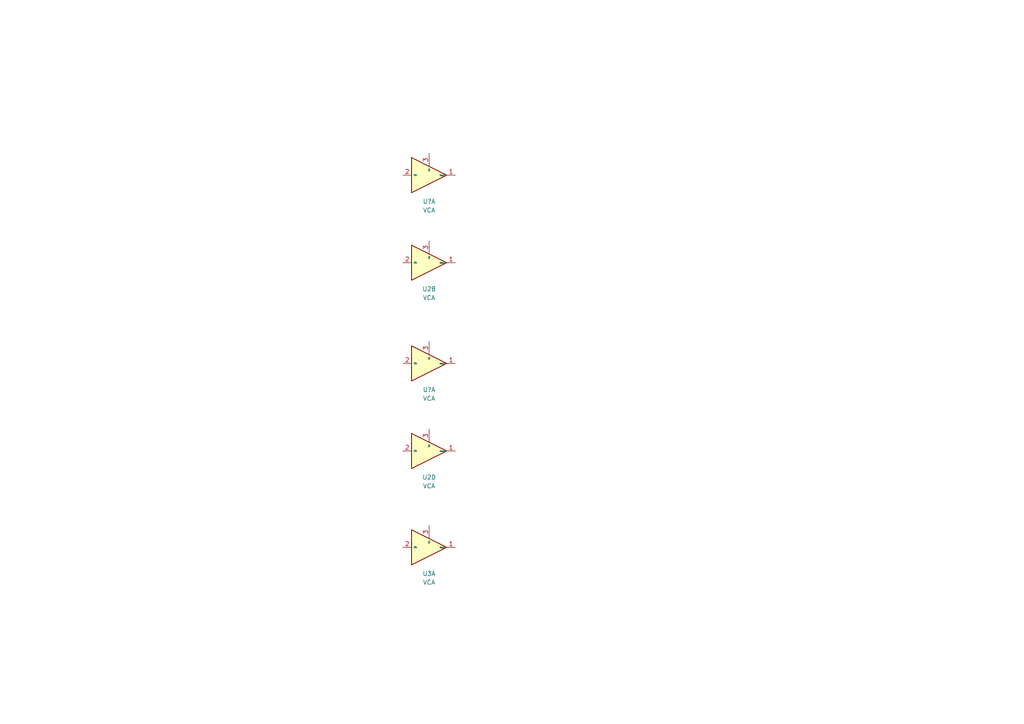
<source format=kicad_sch>
(kicad_sch (version 20230121) (generator eeschema)
  (paper "A4")
  (lib_symbols
    (symbol "WillItBlend:SSI2164-multiunit"
      (property "Reference" "U" (at -1.27 6.35 0))
      (property "Value" "VCA" (at 3.81 2.54 0))
      (symbol "SSI2164-multiunit_1_1"
        (polyline (pts (xy -5.08 5.08) (xy 5.08 0) (xy -5.08 -5.08) (xy -5.08 5.08)) (stroke (width 0.254)) (fill (type background)))
        (pin output line (at 7.62 0 180) (length 2.54) (name "Iout") (number "1"))
        (pin input line (at -7.62 0 0) (length 2.54) (name "Iin") (number "2"))
        (pin input line (at 0 6.35 270) (length 3.8) (name "Vc") (number "3"))
      )
      (symbol "SSI2164-multiunit_2_1"
        (polyline (pts (xy -5.08 5.08) (xy 5.08 0) (xy -5.08 -5.08) (xy -5.08 5.08)) (stroke (width 0.254)) (fill (type background)))
        (pin output line (at 7.62 0 180) (length 2.54) (name "Iout") (number "1"))
        (pin input line (at -7.62 0 0) (length 2.54) (name "Iin") (number "2"))
        (pin input line (at 0 6.35 270) (length 3.8) (name "Vc") (number "3"))
      )
      (symbol "SSI2164-multiunit_3_1"
        (polyline (pts (xy -5.08 5.08) (xy 5.08 0) (xy -5.08 -5.08) (xy -5.08 5.08)) (stroke (width 0.254)) (fill (type background)))
        (pin output line (at 7.62 0 180) (length 2.54) (name "Iout") (number "1"))
        (pin input line (at -7.62 0 0) (length 2.54) (name "Iin") (number "2"))
        (pin input line (at 0 6.35 270) (length 3.8) (name "Vc") (number "3"))
      )
      (symbol "SSI2164-multiunit_4_1"
        (polyline (pts (xy -5.08 5.08) (xy 5.08 0) (xy -5.08 -5.08) (xy -5.08 5.08)) (stroke (width 0.254)) (fill (type background)))
        (pin output line (at 7.62 0 180) (length 2.54) (name "Iout") (number "1"))
        (pin input line (at -7.62 0 0) (length 2.54) (name "Iin") (number "2"))
        (pin input line (at 0 6.35 270) (length 3.8) (name "Vc") (number "3"))
      )
      (symbol "SSI2164-multiunit_5_1"
        (rectangle (start -2.54 5.08) (end 2.54 -5.08) (fill (type background)))
        (pin power_in line (at -3.81 3.81 0) (length 1.27) (name "V+") (number "16"))
        (pin power_in line (at -3.81 0 0) (length 1.27) (name "GND") (number "8"))
        (pin power_in line (at -3.81 -3.81 0) (length 1.27) (name "V-") (number "9"))
      )
    )
  )
  (symbol (lib_id "WillItBlend:SSI2164-multiunit") (at 124.46 105.41 0) (unit 1)
    (property "Reference" "U?" (at 124.46 113.03 0))
    (property "Value" "VCA" (at 124.46 115.57 0))
    (property "Footprint" "Package_SO:SOIC-16_3.9x9.9mm_P1.27mm" (effects hide))
    (instances (project "WillItBlend" (path "" (reference "U?") (unit 1)) (path "" (reference "U2") (unit 3)) (path "" (reference "U3") (unit 3)) (path "" (reference "U4") (unit 3)) (path "" (reference "U6") (unit 3)) (path "" (reference "U7") (unit 3)) (path "" (reference "U12") (unit 3)) (path "" (reference "U9") (unit 3)) (path "" (reference "U8") (unit 3))))
  )
  (symbol (lib_id "WillItBlend:SSI2164-multiunit") (at 124.46 130.81 0) (unit 4)
    (property "Reference" "U2" (at 124.46 138.43 0))
    (property "Value" "VCA" (at 124.46 140.97 0))
    (property "Footprint" "Package_SO:SOIC-16_3.9x9.9mm_P1.27mm" (effects hide))
    (instances (project "WillItBlend" (path "" (reference "U2") (unit 4)) (path "" (reference "U3") (unit 4)) (path "" (reference "U4") (unit 4)) (path "" (reference "U5") (unit 4)) (path "" (reference "U7") (unit 4)) (path "" (reference "U12") (unit 4)) (path "" (reference "U9") (unit 4)) (path "" (reference "U8") (unit 4))))
  )
  (symbol (lib_id "WillItBlend:SSI2164-multiunit") (at 124.46 158.75 0) (unit 1)
    (property "Reference" "U3" (at 124.46 166.37 0))
    (property "Value" "VCA" (at 124.46 168.91 0))
    (property "Footprint" "Package_SO:SOIC-16_3.9x9.9mm_P1.27mm" (effects hide))
    (instances (project "WillItBlend" (path "" (reference "U3") (unit 1)) (path "" (reference "U4") (unit 2)) (path "" (reference "U5") (unit 3)) (path "" (reference "U6") (unit 4)) (path "" (reference "U8") (unit 1)) (path "" (reference "U10") (unit 4)) (path "" (reference "U11") (unit 3)) (path "" (reference "U10") (unit 2))))
  )
  (symbol (lib_id "WillItBlend:SSI2164-multiunit") (at 124.46 50.8 0) (unit 1)
    (property "Reference" "U?" (at 124.46 58.42 0))
    (property "Value" "VCA" (at 124.46 60.96 0))
    (property "Footprint" "Package_SO:SOIC-16_3.9x9.9mm_P1.27mm" (effects hide))
    (instances (project "WillItBlend" (path "" (reference "U?") (unit 1)) (path "" (reference "U2") (unit 1)) (path "" (reference "U4") (unit 1)) (path "" (reference "U5") (unit 1)) (path "" (reference "U6") (unit 1)) (path "" (reference "U7") (unit 1)) (path "" (reference "U11") (unit 1)) (path "" (reference "U10") (unit 1)) (path "" (reference "U9") (unit 1))))
  )
  (symbol (lib_id "WillItBlend:SSI2164-multiunit") (at 124.46 76.2 0) (unit 2)
    (property "Reference" "U2" (at 124.46 83.82 0))
    (property "Value" "VCA" (at 124.46 86.36 0))
    (property "Footprint" "Package_SO:SOIC-16_3.9x9.9mm_P1.27mm" (effects hide))
    (instances (project "WillItBlend" (path "" (reference "U2") (unit 2)) (path "" (reference "U3") (unit 2)) (path "" (reference "U5") (unit 2)) (path "" (reference "U6") (unit 2)) (path "" (reference "U7") (unit 2)) (path "" (reference "U12") (unit 2)) (path "" (reference "U9") (unit 2)) (path "" (reference "U8") (unit 2))))
  )
)
</source>
